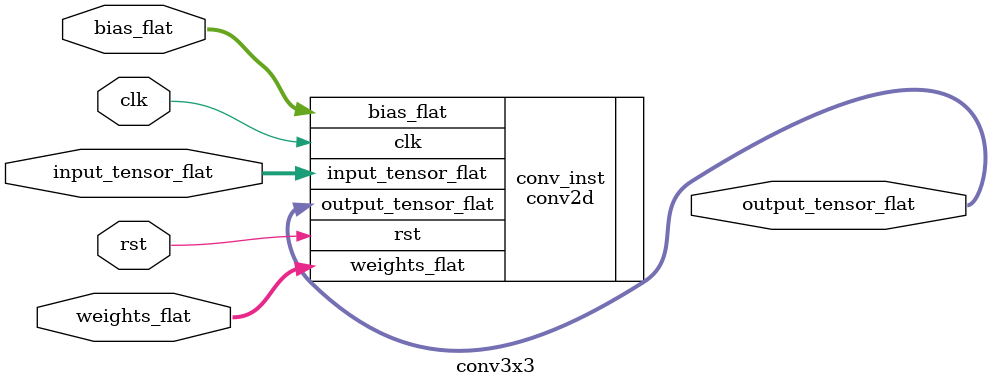
<source format=v>
module conv3x3 #(
    parameter BATCH_SIZE   = 1,
    parameter IN_CHANNELS  = 2,
    parameter OUT_CHANNELS = 1,
    parameter IN_HEIGHT    = 4,
    parameter IN_WIDTH     = 4,
    parameter DATA_WIDTH   = 32
)(
    input clk,
    input rst,
    input  [BATCH_SIZE*IN_CHANNELS*IN_HEIGHT*IN_WIDTH*DATA_WIDTH-1:0] input_tensor_flat,
    input  [OUT_CHANNELS*IN_CHANNELS*3*3*DATA_WIDTH-1:0] weights_flat,
    input  [OUT_CHANNELS*DATA_WIDTH-1:0] bias_flat,
    output [BATCH_SIZE*OUT_CHANNELS*((IN_HEIGHT+2-3)/1+1)*((IN_WIDTH+2-3)/1+1)*DATA_WIDTH-1:0] output_tensor_flat
);

    conv2d #(
        .BATCH_SIZE(BATCH_SIZE),
        .IN_CHANNELS(IN_CHANNELS),
        .OUT_CHANNELS(OUT_CHANNELS),
        .IN_HEIGHT(IN_HEIGHT),
        .IN_WIDTH(IN_WIDTH),
        .KERNEL_SIZE(3),
        .STRIDE(1),
        .PADDING(1),
        .DATA_WIDTH(DATA_WIDTH)
    ) conv_inst (
        .clk(clk),
        .rst(rst),
        .input_tensor_flat(input_tensor_flat),
        .weights_flat(weights_flat),
        .bias_flat(bias_flat),
        .output_tensor_flat(output_tensor_flat)
    );

endmodule

</source>
